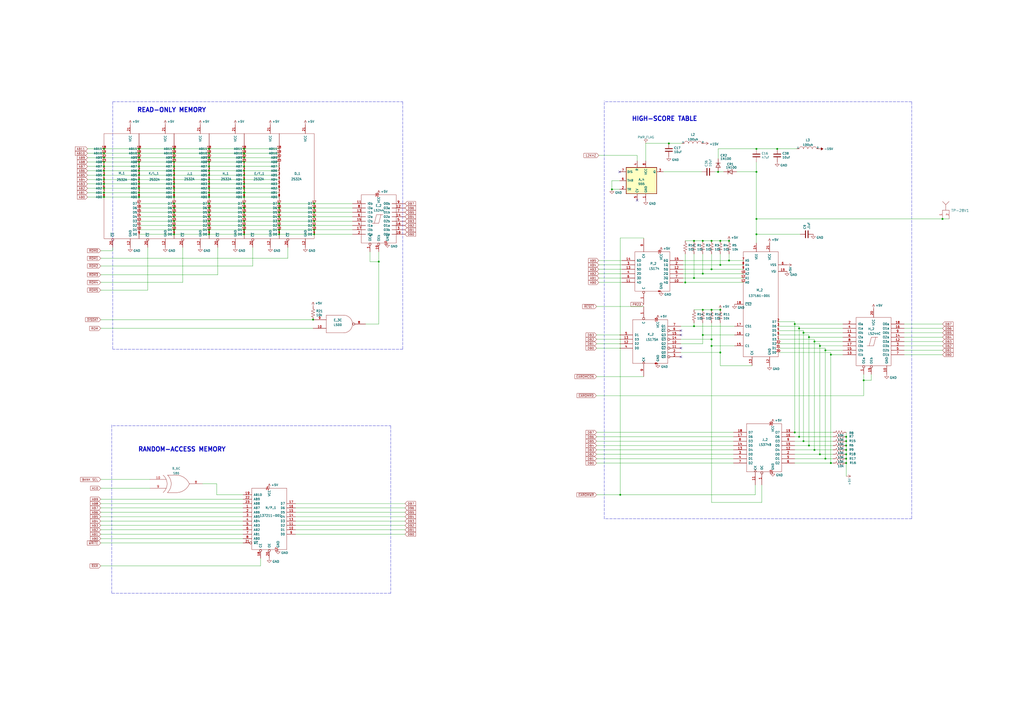
<source format=kicad_sch>
(kicad_sch (version 20211123) (generator eeschema)
  (paper "A2")
  (junction (at 501.015 220.599))
  (junction (at 141.605 120.523))
  (junction (at 100.965 118.11))
  (junction (at 141.605 111.76))
  (junction (at 141.605 93.98))
  (junction (at 412.75 200.66))
  (junction (at 121.285 96.52))
  (junction (at 100.965 96.52))
  (junction (at 450.85 86.36))
  (junction (at 121.285 106.68))
  (junction (at 161.925 135.89))
  (junction (at 417.83 179.705))
  (junction (at 80.645 109.22))
  (junction (at 412.75 139.7))
  (junction (at 490.855 266.065))
  (junction (at 141.605 99.06))
  (junction (at 121.285 130.81))
  (junction (at 100.965 99.06))
  (junction (at 80.645 114.3))
  (junction (at 417.83 153.67))
  (junction (at 461.01 187.96))
  (junction (at 422.91 139.7))
  (junction (at 121.285 104.14))
  (junction (at 402.59 161.29))
  (junction (at 80.645 88.9))
  (junction (at 472.44 260.985))
  (junction (at 466.09 255.905))
  (junction (at 80.645 86.36))
  (junction (at 100.965 106.68))
  (junction (at 100.965 125.73))
  (junction (at 80.645 93.98))
  (junction (at 402.59 139.7))
  (junction (at 402.59 189.23))
  (junction (at 121.285 128.27))
  (junction (at 100.965 86.36))
  (junction (at 80.645 96.52))
  (junction (at 412.75 196.85))
  (junction (at 60.325 111.76))
  (junction (at 481.965 205.74))
  (junction (at 141.605 104.14))
  (junction (at 141.732 111.76))
  (junction (at 121.285 118.11))
  (junction (at 100.965 128.27))
  (junction (at 141.605 91.44))
  (junction (at 60.325 91.44))
  (junction (at 60.325 99.06))
  (junction (at 182.245 135.89))
  (junction (at 397.51 163.83))
  (junction (at 80.645 91.44))
  (junction (at 461.01 250.825))
  (junction (at 469.265 195.58))
  (junction (at 60.325 96.52))
  (junction (at 100.965 133.35))
  (junction (at 546.735 127))
  (junction (at 141.605 118.11))
  (junction (at 80.645 106.68))
  (junction (at 100.965 120.65))
  (junction (at 100.965 88.9))
  (junction (at 417.83 204.47))
  (junction (at 407.67 158.75))
  (junction (at 141.605 88.9))
  (junction (at 438.785 99.695))
  (junction (at 80.645 111.76))
  (junction (at 412.75 179.705))
  (junction (at 100.965 104.14))
  (junction (at 141.605 130.81))
  (junction (at 412.75 156.21))
  (junction (at 141.605 109.22))
  (junction (at 407.67 139.7))
  (junction (at 141.605 96.52))
  (junction (at 100.965 91.44))
  (junction (at 182.245 128.27))
  (junction (at 478.79 203.2))
  (junction (at 438.785 135.89))
  (junction (at 141.732 111.633))
  (junction (at 438.785 86.36))
  (junction (at 490.855 258.445))
  (junction (at 422.91 151.13))
  (junction (at 481.965 268.605))
  (junction (at 466.09 193.04))
  (junction (at 478.79 266.065))
  (junction (at 121.285 86.36))
  (junction (at 417.83 139.7))
  (junction (at 463.55 253.365))
  (junction (at 60.325 101.6))
  (junction (at 182.245 133.35))
  (junction (at 161.925 130.81))
  (junction (at 121.285 120.65))
  (junction (at 475.615 200.66))
  (junction (at 100.965 93.98))
  (junction (at 60.325 88.9))
  (junction (at 161.925 123.19))
  (junction (at 182.245 118.11))
  (junction (at 141.605 133.35))
  (junction (at 490.855 263.525))
  (junction (at 182.245 125.73))
  (junction (at 490.855 260.985))
  (junction (at 121.285 93.98))
  (junction (at 121.285 133.35))
  (junction (at 219.71 151.765))
  (junction (at 141.605 123.19))
  (junction (at 141.605 106.68))
  (junction (at 490.855 268.605))
  (junction (at 161.925 133.35))
  (junction (at 182.245 120.65))
  (junction (at 387.985 83.185))
  (junction (at 60.325 109.22))
  (junction (at 100.965 130.81))
  (junction (at 100.965 101.6))
  (junction (at 121.285 99.06))
  (junction (at 141.605 135.89))
  (junction (at 161.925 118.11))
  (junction (at 161.925 128.27))
  (junction (at 100.965 114.3))
  (junction (at 100.965 109.22))
  (junction (at 463.55 190.5))
  (junction (at 182.245 123.19))
  (junction (at 100.965 111.76))
  (junction (at 121.285 109.22))
  (junction (at 359.791 287.02))
  (junction (at 141.605 128.27))
  (junction (at 60.325 106.68))
  (junction (at 121.285 114.3))
  (junction (at 469.265 258.445))
  (junction (at 121.285 91.44))
  (junction (at 490.855 255.905))
  (junction (at 121.285 135.89))
  (junction (at 182.245 130.81))
  (junction (at 181.61 185.42))
  (junction (at 80.645 101.6))
  (junction (at 141.605 86.36))
  (junction (at 354.965 109.855))
  (junction (at 60.325 104.14))
  (junction (at 161.925 125.73))
  (junction (at 80.645 104.14))
  (junction (at 161.925 120.65))
  (junction (at 100.965 123.19))
  (junction (at 141.605 101.6))
  (junction (at 416.56 99.695))
  (junction (at 438.785 127))
  (junction (at 141.605 114.3))
  (junction (at 475.615 263.525))
  (junction (at 121.285 123.19))
  (junction (at 121.285 125.73))
  (junction (at 60.325 93.98))
  (junction (at 121.285 88.9))
  (junction (at 60.325 86.36))
  (junction (at 100.965 135.89))
  (junction (at 490.855 253.365))
  (junction (at 141.605 125.73))
  (junction (at 407.67 194.31))
  (junction (at 80.645 99.06))
  (junction (at 121.285 111.76))
  (junction (at 141.605 89.027))
  (junction (at 121.285 101.6))
  (junction (at 60.325 114.3))
  (junction (at 407.67 179.705))
  (junction (at 141.605 120.65))
  (junction (at 472.44 198.12))
  (no_connect (at 359.41 99.695))
  (no_connect (at 394.97 207.01))
  (no_connect (at 394.97 191.77))
  (no_connect (at 394.97 201.93))
  (no_connect (at 394.97 194.31))
  (no_connect (at 369.57 116.205))
  (wire (pts (xy 412.75 139.7) (xy 417.83 139.7)))
  (wire (pts (xy 478.79 203.2) (xy 488.95 203.2)))
  (wire (pts (xy 151.13 323.85) (xy 151.13 328.295)))
  (wire (pts (xy 50.8 96.52) (xy 60.325 96.52)))
  (wire (pts (xy 461.01 263.525) (xy 475.615 263.525)))
  (wire (pts (xy 121.285 91.44) (xy 141.605 91.44)))
  (wire (pts (xy 387.985 83.185) (xy 395.605 83.185)))
  (wire (pts (xy 359.41 104.775) (xy 354.965 104.775)))
  (wire (pts (xy 346.075 287.02) (xy 359.791 287.02)))
  (wire (pts (xy 80.645 120.65) (xy 100.965 120.65)))
  (wire (pts (xy 438.785 135.89) (xy 438.785 140.97)))
  (wire (pts (xy 346.075 218.44) (xy 373.38 218.44)))
  (wire (pts (xy 141.605 128.27) (xy 161.925 128.27)))
  (wire (pts (xy 100.965 111.76) (xy 121.285 111.76)))
  (wire (pts (xy 50.8 106.68) (xy 60.325 106.68)))
  (wire (pts (xy 416.56 99.695) (xy 419.735 99.695)))
  (wire (pts (xy 490.855 260.985) (xy 490.855 263.525)))
  (wire (pts (xy 58.42 154.305) (xy 146.685 154.305)))
  (wire (pts (xy 402.59 179.705) (xy 407.67 179.705)))
  (polyline (pts (xy 528.955 300.99) (xy 350.52 300.99)))
  (wire (pts (xy 50.8 114.3) (xy 60.325 114.3)))
  (wire (pts (xy 472.44 196.85) (xy 472.44 198.12)))
  (wire (pts (xy 346.075 196.85) (xy 359.41 196.85)))
  (wire (pts (xy 121.285 99.06) (xy 141.605 99.06)))
  (wire (pts (xy 427.355 99.695) (xy 438.785 99.695)))
  (wire (pts (xy 472.44 260.985) (xy 483.235 260.985)))
  (wire (pts (xy 141.605 99.06) (xy 161.925 99.06)))
  (wire (pts (xy 490.855 266.065) (xy 490.855 268.605)))
  (wire (pts (xy 121.285 118.11) (xy 141.605 118.11)))
  (wire (pts (xy 524.51 198.12) (xy 546.735 198.12)))
  (wire (pts (xy 438.785 127) (xy 438.785 135.89)))
  (wire (pts (xy 214.63 146.05) (xy 214.63 151.765)))
  (wire (pts (xy 125.73 280.67) (xy 117.475 280.67)))
  (wire (pts (xy 121.285 114.3) (xy 141.605 114.3)))
  (wire (pts (xy 161.925 135.89) (xy 182.245 135.89)))
  (wire (pts (xy 100.965 125.73) (xy 121.285 125.73)))
  (wire (pts (xy 58.42 168.275) (xy 85.725 168.275)))
  (wire (pts (xy 438.785 86.36) (xy 450.85 86.36)))
  (wire (pts (xy 478.79 201.93) (xy 478.79 203.2)))
  (wire (pts (xy 140.97 294.64) (xy 58.42 294.64)))
  (wire (pts (xy 100.965 91.44) (xy 121.285 91.44)))
  (wire (pts (xy 182.245 130.81) (xy 204.47 130.81)))
  (wire (pts (xy 346.075 177.8) (xy 373.38 177.8)))
  (wire (pts (xy 60.325 99.06) (xy 80.645 99.06)))
  (wire (pts (xy 60.325 106.68) (xy 80.645 106.68)))
  (wire (pts (xy 141.605 125.73) (xy 161.925 125.73)))
  (wire (pts (xy 80.645 128.27) (xy 100.965 128.27)))
  (wire (pts (xy 441.96 291.465) (xy 441.96 281.305)))
  (wire (pts (xy 469.265 195.58) (xy 488.95 195.58)))
  (wire (pts (xy 461.01 187.96) (xy 488.95 187.96)))
  (wire (pts (xy 50.8 109.22) (xy 60.325 109.22)))
  (wire (pts (xy 346.075 250.825) (xy 425.45 250.825)))
  (wire (pts (xy 121.285 120.65) (xy 141.605 120.65)))
  (wire (pts (xy 58.42 307.34) (xy 140.97 307.34)))
  (wire (pts (xy 141.605 120.65) (xy 141.605 120.523)))
  (wire (pts (xy 100.965 96.52) (xy 121.285 96.52)))
  (polyline (pts (xy 350.52 300.99) (xy 350.52 58.42)))
  (wire (pts (xy 106.045 143.51) (xy 106.045 163.83)))
  (wire (pts (xy 407.67 194.31) (xy 407.67 187.325)))
  (wire (pts (xy 80.645 130.81) (xy 100.965 130.81)))
  (wire (pts (xy 490.855 253.365) (xy 490.855 255.905)))
  (wire (pts (xy 524.51 200.66) (xy 546.735 200.66)))
  (wire (pts (xy 141.605 104.14) (xy 161.925 104.14)))
  (wire (pts (xy 100.965 114.3) (xy 121.285 114.3)))
  (wire (pts (xy 412.75 291.465) (xy 441.96 291.465)))
  (wire (pts (xy 58.42 283.21) (xy 86.995 283.21)))
  (wire (pts (xy 402.59 187.325) (xy 402.59 189.23)))
  (wire (pts (xy 501.015 217.17) (xy 501.015 220.599)))
  (wire (pts (xy 524.51 190.5) (xy 546.735 190.5)))
  (wire (pts (xy 412.75 196.85) (xy 412.75 200.66)))
  (polyline (pts (xy 226.695 247.015) (xy 226.695 344.17)))
  (polyline (pts (xy 65.405 247.015) (xy 226.695 247.015)))
  (wire (pts (xy 475.615 199.39) (xy 475.615 200.66)))
  (wire (pts (xy 524.51 205.74) (xy 546.735 205.74)))
  (polyline (pts (xy 64.77 344.17) (xy 64.77 246.38)))
  (polyline (pts (xy 351.155 59.055) (xy 528.955 59.055)))
  (wire (pts (xy 450.85 86.36) (xy 462.28 86.36)))
  (wire (pts (xy 140.97 292.1) (xy 58.42 292.1)))
  (wire (pts (xy 219.71 187.96) (xy 219.71 151.765)))
  (wire (pts (xy 121.285 133.35) (xy 141.605 133.35)))
  (wire (pts (xy 347.345 156.21) (xy 360.68 156.21)))
  (wire (pts (xy 141.605 93.98) (xy 161.925 93.98)))
  (wire (pts (xy 374.65 93.345) (xy 374.65 83.185)))
  (wire (pts (xy 121.285 96.52) (xy 141.605 96.52)))
  (wire (pts (xy 461.01 268.605) (xy 481.965 268.605)))
  (wire (pts (xy 466.09 255.905) (xy 483.235 255.905)))
  (wire (pts (xy 461.01 186.69) (xy 461.01 187.96)))
  (wire (pts (xy 100.965 109.22) (xy 121.285 109.22)))
  (wire (pts (xy 219.71 151.765) (xy 219.71 146.05)))
  (wire (pts (xy 60.325 93.98) (xy 80.645 93.98)))
  (polyline (pts (xy 528.955 59.055) (xy 528.955 300.99)))
  (wire (pts (xy 141.732 111.76) (xy 141.732 111.633)))
  (wire (pts (xy 121.285 104.14) (xy 141.605 104.14)))
  (wire (pts (xy 412.75 179.705) (xy 417.83 179.705)))
  (wire (pts (xy 60.325 88.9) (xy 80.645 88.9)))
  (wire (pts (xy 100.965 101.6) (xy 121.285 101.6)))
  (wire (pts (xy 346.075 268.605) (xy 425.45 268.605)))
  (wire (pts (xy 171.45 297.18) (xy 234.95 297.18)))
  (wire (pts (xy 438.785 135.89) (xy 464.185 135.89)))
  (wire (pts (xy 451.485 191.77) (xy 466.09 191.77)))
  (wire (pts (xy 85.725 143.51) (xy 85.725 168.275)))
  (wire (pts (xy 100.965 86.36) (xy 121.285 86.36)))
  (wire (pts (xy 58.42 145.415) (xy 65.405 145.415)))
  (wire (pts (xy 412.75 156.21) (xy 431.165 156.21)))
  (wire (pts (xy 417.83 147.32) (xy 417.83 153.67)))
  (wire (pts (xy 524.51 203.2) (xy 546.735 203.2)))
  (wire (pts (xy 346.075 201.93) (xy 359.41 201.93)))
  (wire (pts (xy 100.965 133.35) (xy 121.285 133.35)))
  (polyline (pts (xy 65.405 59.055) (xy 65.405 202.565)))
  (wire (pts (xy 402.59 147.32) (xy 402.59 161.29)))
  (wire (pts (xy 182.245 120.65) (xy 204.47 120.65)))
  (wire (pts (xy 394.97 204.47) (xy 417.83 204.47)))
  (wire (pts (xy 481.965 205.74) (xy 481.965 268.605)))
  (wire (pts (xy 407.67 147.32) (xy 407.67 158.75)))
  (wire (pts (xy 121.285 93.98) (xy 141.605 93.98)))
  (wire (pts (xy 461.01 253.365) (xy 463.55 253.365)))
  (wire (pts (xy 461.01 250.825) (xy 483.235 250.825)))
  (wire (pts (xy 161.925 120.65) (xy 182.245 120.65)))
  (wire (pts (xy 80.645 118.11) (xy 100.965 118.11)))
  (wire (pts (xy 100.965 118.11) (xy 121.285 118.11)))
  (wire (pts (xy 397.51 163.83) (xy 431.165 163.83)))
  (wire (pts (xy 141.605 101.6) (xy 161.925 101.6)))
  (wire (pts (xy 451.485 189.23) (xy 463.55 189.23)))
  (wire (pts (xy 396.24 156.21) (xy 412.75 156.21)))
  (wire (pts (xy 463.55 189.23) (xy 463.55 190.5)))
  (wire (pts (xy 346.075 258.445) (xy 425.45 258.445)))
  (wire (pts (xy 347.345 90.17) (xy 369.57 90.17)))
  (polyline (pts (xy 226.695 344.17) (xy 64.77 344.17)))
  (wire (pts (xy 161.925 128.27) (xy 182.245 128.27)))
  (wire (pts (xy 121.285 88.9) (xy 141.605 88.9)))
  (wire (pts (xy 141.605 88.9) (xy 141.605 89.027)))
  (wire (pts (xy 407.67 179.705) (xy 412.75 179.705)))
  (wire (pts (xy 141.605 109.22) (xy 161.925 109.22)))
  (wire (pts (xy 141.605 135.89) (xy 161.925 135.89)))
  (wire (pts (xy 417.83 187.325) (xy 417.83 204.47)))
  (wire (pts (xy 490.855 255.905) (xy 490.855 258.445)))
  (wire (pts (xy 384.81 99.695) (xy 407.035 99.695)))
  (wire (pts (xy 461.01 187.96) (xy 461.01 250.825)))
  (wire (pts (xy 345.948 229.489) (xy 501.015 229.489)))
  (wire (pts (xy 171.45 309.88) (xy 234.95 309.88)))
  (wire (pts (xy 346.075 263.525) (xy 425.45 263.525)))
  (wire (pts (xy 369.57 93.345) (xy 369.57 90.17)))
  (wire (pts (xy 60.325 111.76) (xy 80.645 111.76)))
  (wire (pts (xy 396.24 158.75) (xy 407.67 158.75)))
  (wire (pts (xy 402.59 139.7) (xy 407.67 139.7)))
  (wire (pts (xy 354.965 104.775) (xy 354.965 109.855)))
  (wire (pts (xy 396.24 161.29) (xy 402.59 161.29)))
  (wire (pts (xy 141.605 133.35) (xy 161.925 133.35)))
  (wire (pts (xy 347.345 153.67) (xy 360.68 153.67)))
  (wire (pts (xy 161.925 133.35) (xy 182.245 133.35)))
  (wire (pts (xy 58.42 159.385) (xy 126.365 159.385)))
  (wire (pts (xy 475.615 200.66) (xy 488.95 200.66)))
  (wire (pts (xy 359.791 287.02) (xy 438.15 287.02)))
  (wire (pts (xy 141.605 111.76) (xy 141.732 111.76)))
  (wire (pts (xy 121.285 128.27) (xy 141.605 128.27)))
  (polyline (pts (xy 233.68 59.055) (xy 233.68 202.565)))
  (wire (pts (xy 394.97 189.23) (xy 402.59 189.23)))
  (wire (pts (xy 58.42 299.72) (xy 140.97 299.72)))
  (wire (pts (xy 347.345 151.13) (xy 360.68 151.13)))
  (wire (pts (xy 50.8 104.14) (xy 60.325 104.14)))
  (wire (pts (xy 416.56 86.36) (xy 438.785 86.36)))
  (wire (pts (xy 451.485 199.39) (xy 475.615 199.39)))
  (wire (pts (xy 161.925 118.11) (xy 182.245 118.11)))
  (wire (pts (xy 397.51 147.32) (xy 397.51 163.83)))
  (wire (pts (xy 412.75 187.325) (xy 412.75 196.85)))
  (wire (pts (xy 161.925 125.73) (xy 182.245 125.73)))
  (wire (pts (xy 469.265 194.31) (xy 469.265 195.58)))
  (wire (pts (xy 125.73 287.02) (xy 125.73 280.67)))
  (wire (pts (xy 490.855 250.825) (xy 490.855 253.365)))
  (wire (pts (xy 472.44 198.12) (xy 488.95 198.12)))
  (wire (pts (xy 451.485 194.31) (xy 469.265 194.31)))
  (wire (pts (xy 397.51 139.7) (xy 402.59 139.7)))
  (wire (pts (xy 100.965 120.65) (xy 121.285 120.65)))
  (wire (pts (xy 214.63 151.765) (xy 219.71 151.765)))
  (wire (pts (xy 141.605 106.68) (xy 161.925 106.68)))
  (wire (pts (xy 407.67 139.7) (xy 412.75 139.7)))
  (wire (pts (xy 475.615 200.66) (xy 475.615 263.525)))
  (wire (pts (xy 469.265 258.445) (xy 483.235 258.445)))
  (wire (pts (xy 58.42 297.18) (xy 140.97 297.18)))
  (wire (pts (xy 100.965 123.19) (xy 121.285 123.19)))
  (wire (pts (xy 80.645 96.52) (xy 100.965 96.52)))
  (wire (pts (xy 182.245 123.19) (xy 204.47 123.19)))
  (wire (pts (xy 141.732 111.76) (xy 161.925 111.76)))
  (wire (pts (xy 100.965 104.14) (xy 121.285 104.14)))
  (wire (pts (xy 346.075 253.365) (xy 425.45 253.365)))
  (wire (pts (xy 451.485 201.93) (xy 478.79 201.93)))
  (wire (pts (xy 347.345 158.75) (xy 360.68 158.75)))
  (wire (pts (xy 58.42 328.295) (xy 151.13 328.295)))
  (wire (pts (xy 60.325 109.22) (xy 80.645 109.22)))
  (wire (pts (xy 100.965 135.89) (xy 121.285 135.89)))
  (wire (pts (xy 501.015 220.599) (xy 501.015 229.489)))
  (wire (pts (xy 490.855 263.525) (xy 490.855 266.065)))
  (wire (pts (xy 461.01 255.905) (xy 466.09 255.905)))
  (wire (pts (xy 121.285 125.73) (xy 141.605 125.73)))
  (wire (pts (xy 80.645 99.06) (xy 100.965 99.06)))
  (polyline (pts (xy 233.68 202.565) (xy 65.405 202.565)))
  (wire (pts (xy 461.01 258.445) (xy 469.265 258.445)))
  (wire (pts (xy 58.42 278.13) (xy 86.995 278.13)))
  (wire (pts (xy 100.965 93.98) (xy 121.285 93.98)))
  (wire (pts (xy 407.67 194.31) (xy 426.085 194.31)))
  (wire (pts (xy 524.51 187.96) (xy 546.735 187.96)))
  (wire (pts (xy 80.645 88.9) (xy 100.965 88.9)))
  (wire (pts (xy 436.245 212.09) (xy 417.83 212.09)))
  (wire (pts (xy 58.42 312.42) (xy 140.97 312.42)))
  (wire (pts (xy 121.285 111.76) (xy 141.605 111.76)))
  (wire (pts (xy 422.91 147.32) (xy 422.91 151.13)))
  (wire (pts (xy 100.965 106.68) (xy 121.285 106.68)))
  (wire (pts (xy 141.605 130.81) (xy 161.925 130.81)))
  (wire (pts (xy 490.855 258.445) (xy 490.855 260.985)))
  (wire (pts (xy 394.97 196.85) (xy 412.75 196.85)))
  (wire (pts (xy 438.785 93.98) (xy 438.785 99.695)))
  (wire (pts (xy 463.55 190.5) (xy 463.55 253.365)))
  (wire (pts (xy 121.285 135.89) (xy 141.605 135.89)))
  (wire (pts (xy 60.325 86.36) (xy 80.645 86.36)))
  (wire (pts (xy 171.45 294.64) (xy 234.95 294.64)))
  (wire (pts (xy 60.325 91.44) (xy 80.645 91.44)))
  (wire (pts (xy 80.645 109.22) (xy 100.965 109.22)))
  (wire (pts (xy 463.55 253.365) (xy 483.235 253.365)))
  (wire (pts (xy 171.45 307.34) (xy 234.95 307.34)))
  (wire (pts (xy 141.605 91.44) (xy 161.925 91.44)))
  (wire (pts (xy 121.285 101.6) (xy 141.605 101.6)))
  (wire (pts (xy 475.615 263.525) (xy 483.235 263.525)))
  (wire (pts (xy 490.855 268.605) (xy 490.855 276.225)))
  (wire (pts (xy 161.925 123.19) (xy 182.245 123.19)))
  (wire (pts (xy 463.55 190.5) (xy 488.95 190.5)))
  (wire (pts (xy 374.65 83.185) (xy 387.985 83.185)))
  (wire (pts (xy 80.645 133.35) (xy 100.965 133.35)))
  (wire (pts (xy 347.345 161.29) (xy 360.68 161.29)))
  (wire (pts (xy 396.24 153.67) (xy 417.83 153.67)))
  (wire (pts (xy 524.51 195.58) (xy 546.735 195.58)))
  (wire (pts (xy 171.45 304.8) (xy 234.95 304.8)))
  (wire (pts (xy 212.09 187.96) (xy 219.71 187.96)))
  (wire (pts (xy 402.59 161.29) (xy 431.165 161.29)))
  (wire (pts (xy 359.791 138.049) (xy 359.791 287.02)))
  (wire (pts (xy 402.59 189.23) (xy 426.085 189.23)))
  (wire (pts (xy 80.645 86.36) (xy 100.965 86.36)))
  (wire (pts (xy 58.42 185.42) (xy 181.61 185.42)))
  (wire (pts (xy 80.645 106.68) (xy 100.965 106.68)))
  (wire (pts (xy 546.735 127) (xy 550.545 127)))
  (wire (pts (xy 394.97 199.39) (xy 407.67 199.39)))
  (wire (pts (xy 461.01 260.985) (xy 472.44 260.985)))
  (wire (pts (xy 50.8 101.6) (xy 60.325 101.6)))
  (wire (pts (xy 60.325 96.52) (xy 80.645 96.52)))
  (wire (pts (xy 140.97 289.56) (xy 58.42 289.56)))
  (wire (pts (xy 161.925 130.81) (xy 182.245 130.81)))
  (wire (pts (xy 466.09 193.04) (xy 466.09 255.905)))
  (wire (pts (xy 100.965 130.81) (xy 121.285 130.81)))
  (wire (pts (xy 141.605 118.11) (xy 161.925 118.11)))
  (wire (pts (xy 60.325 101.6) (xy 80.645 101.6)))
  (wire (pts (xy 146.685 143.51) (xy 146.685 154.305)))
  (wire (pts (xy 346.075 194.31) (xy 359.41 194.31)))
  (wire (pts (xy 346.075 266.065) (xy 425.45 266.065)))
  (wire (pts (xy 121.285 86.36) (xy 141.605 86.36)))
  (wire (pts (xy 396.24 151.13) (xy 422.91 151.13)))
  (wire (pts (xy 407.67 158.75) (xy 431.165 158.75)))
  (wire (pts (xy 100.965 88.9) (xy 121.285 88.9)))
  (wire (pts (xy 167.005 143.51) (xy 167.005 149.86)))
  (wire (pts (xy 466.09 191.77) (xy 466.09 193.04)))
  (wire (pts (xy 472.44 198.12) (xy 472.44 260.985)))
  (wire (pts (xy 412.75 200.66) (xy 426.085 200.66)))
  (wire (pts (xy 182.245 133.35) (xy 204.47 133.35)))
  (wire (pts (xy 80.645 91.44) (xy 100.965 91.44)))
  (wire (pts (xy 466.09 193.04) (xy 488.95 193.04)))
  (wire (pts (xy 80.645 123.19) (xy 100.965 123.19)))
  (wire (pts (xy 65.405 143.51) (xy 65.405 145.415)))
  (wire (pts (xy 58.42 190.5) (xy 181.61 190.5)))
  (wire (pts (xy 100.965 128.27) (xy 121.285 128.27)))
  (wire (pts (xy 171.45 292.1) (xy 234.95 292.1)))
  (wire (pts (xy 438.785 127) (xy 546.735 127)))
  (wire (pts (xy 505.46 217.17) (xy 505.46 220.599)))
  (wire (pts (xy 422.91 151.13) (xy 431.165 151.13)))
  (wire (pts (xy 80.645 101.6) (xy 100.965 101.6)))
  (wire (pts (xy 469.265 195.58) (xy 469.265 258.445)))
  (wire (pts (xy 121.285 106.68) (xy 141.605 106.68)))
  (wire (pts (xy 346.075 260.985) (xy 425.45 260.985)))
  (wire (pts (xy 58.42 314.96) (xy 140.97 314.96)))
  (wire (pts (xy 481.965 205.74) (xy 488.95 205.74)))
  (wire (pts (xy 80.645 111.76) (xy 100.965 111.76)))
  (wire (pts (xy 141.605 96.52) (xy 161.925 96.52)))
  (wire (pts (xy 58.42 309.88) (xy 140.97 309.88)))
  (polyline (pts (xy 65.405 59.055) (xy 233.68 59.055)))
  (wire (pts (xy 438.15 281.305) (xy 438.15 287.02)))
  (wire (pts (xy 141.605 120.65) (xy 161.925 120.65)))
  (wire (pts (xy 50.8 111.76) (xy 60.325 111.76)))
  (wire (pts (xy 50.8 93.98) (xy 60.325 93.98)))
  (wire (pts (xy 407.67 199.39) (xy 407.67 194.31)))
  (wire (pts (xy 346.075 199.39) (xy 359.41 199.39)))
  (wire (pts (xy 80.645 104.14) (xy 100.965 104.14)))
  (wire (pts (xy 58.42 149.86) (xy 167.005 149.86)))
  (wire (pts (xy 417.83 212.09) (xy 417.83 204.47)))
  (wire (pts (xy 50.8 88.9) (xy 60.325 88.9)))
  (wire (pts (xy 354.965 109.855) (xy 359.41 109.855)))
  (wire (pts (xy 100.965 99.06) (xy 121.285 99.06)))
  (wire (pts (xy 396.24 163.83) (xy 397.51 163.83)))
  (wire (pts (xy 182.245 128.27) (xy 204.47 128.27)))
  (wire (pts (xy 451.485 196.85) (xy 472.44 196.85)))
  (wire (pts (xy 80.645 114.3) (xy 100.965 114.3)))
  (wire (pts (xy 182.245 118.11) (xy 204.47 118.11)))
  (wire (pts (xy 524.51 193.04) (xy 546.735 193.04)))
  (wire (pts (xy 417.83 153.67) (xy 431.165 153.67)))
  (wire (pts (xy 373.38 138.049) (xy 373.38 138.43)))
  (wire (pts (xy 80.645 93.98) (xy 100.965 93.98)))
  (wire (pts (xy 182.245 135.89) (xy 204.47 135.89)))
  (wire (pts (xy 50.8 99.06) (xy 60.325 99.06)))
  (wire (pts (xy 182.245 125.73) (xy 204.47 125.73)))
  (wire (pts (xy 412.75 147.32) (xy 412.75 156.21)))
  (wire (pts (xy 121.285 123.19) (xy 141.605 123.19)))
  (wire (pts (xy 347.345 163.83) (xy 360.68 163.83)))
  (wire (pts (xy 80.645 125.73) (xy 100.965 125.73)))
  (wire (pts (xy 346.075 255.905) (xy 425.45 255.905)))
  (wire (pts (xy 141.605 114.3) (xy 161.925 114.3)))
  (wire (pts (xy 451.485 204.47) (xy 481.965 204.47)))
  (wire (pts (xy 141.605 86.36) (xy 161.925 86.36)))
  (wire (pts (xy 373.38 138.049) (xy 359.791 138.049)))
  (wire (pts (xy 121.285 130.81) (xy 141.605 130.81)))
  (wire (pts (xy 461.01 266.065) (xy 478.79 266.065)))
  (wire (pts (xy 80.645 135.89) (xy 100.965 135.89)))
  (wire (pts (xy 481.965 268.605) (xy 483.235 268.605)))
  (wire (pts (xy 60.325 104.14) (xy 80.645 104.14)))
  (wire (pts (xy 478.79 203.2) (xy 478.79 266.065)))
  (wire (pts (xy 416.56 92.075) (xy 416.56 86.36)))
  (wire (pts (xy 171.45 302.26) (xy 234.95 302.26)))
  (wire (pts (xy 505.46 220.599) (xy 501.015 220.599)))
  (wire (pts (xy 50.8 91.44) (xy 60.325 91.44)))
  (wire (pts (xy 58.42 304.8) (xy 140.97 304.8)))
  (wire (pts (xy 60.325 114.3) (xy 80.645 114.3)))
  (wire (pts (xy 50.8 86.36) (xy 60.325 86.36)))
  (wire (pts (xy 121.285 109.22) (xy 141.605 109.22)))
  (wire (pts (xy 478.79 266.065) (xy 483.235 266.065)))
  (wire (pts (xy 417.83 139.7) (xy 422.91 139.7)))
  (wire (pts (xy 451.485 186.69) (xy 461.01 186.69)))
  (wire (pts (xy 414.655 99.695) (xy 416.56 99.695)))
  (wire (pts (xy 126.365 143.51) (xy 126.365 159.385)))
  (wire (pts (xy 141.605 88.9) (xy 161.925 88.9)))
  (wire (pts (xy 58.42 302.26) (xy 140.97 302.26)))
  (wire (pts (xy 438.785 99.695) (xy 438.785 127)))
  (wire (pts (xy 58.42 163.83) (xy 106.045 163.83)))
  (wire (pts (xy 141.605 123.19) (xy 161.925 123.19)))
  (wire (pts (xy 412.75 200.66) (xy 412.75 291.465)))
  (wire (pts (xy 481.965 204.47) (xy 481.965 205.74)))
  (wire (pts (xy 140.97 287.02) (xy 125.73 287.02)))
  (wire (pts (xy 171.45 299.72) (xy 234.95 299.72)))
  (text "READ-ONLY MEMORY\n" (at 79.375 65.405 0) (effects (font (size 2.54 2.54) (thickness 0.508) bold) (justify left bottom)))
  (text "RANDOM-ACCESS MEMORY\n" (at 80.01 262.255 0) (effects (font (size 2.54 2.54) (thickness 0.508) bold) (justify left bottom)))
  (text "HIGH-SCORE TABLE\n" (at 366.395 70.485 0) (effects (font (size 2.54 2.54) (thickness 0.508) bold) (justify left bottom)))
  (global_label "DB3" (shape input) (at 346.075 260.985 180) (property "Intersheet References" "${INTERSHEET_REFS}" (effects hide)))
  (global_label "A10" (shape input) (at 58.42 283.21 180) (property "Intersheet References" "${INTERSHEET_REFS}" (effects hide)))
  (global_label "DB1" (shape input) (at 546.735 203.2 0) (property "Intersheet References" "${INTERSHEET_REFS}" (effects hide)))
  (global_label "DB3" (shape input) (at 234.95 302.26 0) (property "Intersheet References" "${INTERSHEET_REFS}" (effects hide)))
  (global_label "~{ROM4}" (shape input) (at 58.42 163.83 180) (property "Intersheet References" "${INTERSHEET_REFS}" (effects hide)))
  (global_label "AB9" (shape input) (at 50.8 91.44 180) (property "Intersheet References" "${INTERSHEET_REFS}" (effects hide)))
  (global_label "DB5" (shape input) (at 234.95 123.19 0) (property "Intersheet References" "${INTERSHEET_REFS}" (effects hide)))
  (global_label "DB6" (shape input) (at 346.075 253.365 180) (property "Intersheet References" "${INTERSHEET_REFS}" (effects hide)))
  (global_label "ROM" (shape input) (at 58.42 190.5 180) (property "Intersheet References" "${INTERSHEET_REFS}" (effects hide)))
  (global_label "DB2" (shape input) (at 346.075 196.85 180) (property "Intersheet References" "${INTERSHEET_REFS}" (effects hide)))
  (global_label "AB5" (shape input) (at 58.42 299.72 180) (property "Intersheet References" "${INTERSHEET_REFS}" (effects hide)))
  (global_label "~{RAM}" (shape input) (at 58.42 328.295 180) (property "Intersheet References" "${INTERSHEET_REFS}" (effects hide)))
  (global_label "~{WRITE}" (shape input) (at 58.42 314.96 180) (property "Intersheet References" "${INTERSHEET_REFS}" (effects hide)))
  (global_label "DB7" (shape input) (at 546.735 187.96 0) (property "Intersheet References" "${INTERSHEET_REFS}" (effects hide)))
  (global_label "AB8" (shape input) (at 58.42 292.1 180) (property "Intersheet References" "${INTERSHEET_REFS}" (effects hide)))
  (global_label "AB1" (shape input) (at 58.42 309.88 180) (property "Intersheet References" "${INTERSHEET_REFS}" (effects hide)))
  (global_label "AB7" (shape input) (at 50.8 96.52 180) (property "Intersheet References" "${INTERSHEET_REFS}" (effects hide)))
  (global_label "DB7" (shape input) (at 234.95 118.11 0) (property "Intersheet References" "${INTERSHEET_REFS}" (effects hide)))
  (global_label "~{ROM1}" (shape input) (at 58.42 149.86 180) (property "Intersheet References" "${INTERSHEET_REFS}" (effects hide)))
  (global_label "AB10" (shape input) (at 50.8 88.9 180) (property "Intersheet References" "${INTERSHEET_REFS}" (effects hide)))
  (global_label "DB6" (shape input) (at 234.95 120.65 0) (property "Intersheet References" "${INTERSHEET_REFS}" (effects hide)))
  (global_label "DB6" (shape input) (at 234.95 294.64 0) (property "Intersheet References" "${INTERSHEET_REFS}" (effects hide)))
  (global_label "AB9" (shape input) (at 58.42 289.56 180) (property "Intersheet References" "${INTERSHEET_REFS}" (effects hide)))
  (global_label "BANK SEL" (shape input) (at 58.42 278.13 180) (property "Intersheet References" "${INTERSHEET_REFS}" (effects hide)))
  (global_label "DB3" (shape input) (at 234.95 128.27 0) (property "Intersheet References" "${INTERSHEET_REFS}" (effects hide)))
  (global_label "DB1" (shape input) (at 234.95 133.35 0) (property "Intersheet References" "${INTERSHEET_REFS}" (effects hide)))
  (global_label "DB7" (shape input) (at 234.95 292.1 0) (property "Intersheet References" "${INTERSHEET_REFS}" (effects hide)))
  (global_label "AB2" (shape input) (at 58.42 307.34 180) (property "Intersheet References" "${INTERSHEET_REFS}" (effects hide)))
  (global_label "AB8" (shape input) (at 50.8 93.98 180) (property "Intersheet References" "${INTERSHEET_REFS}" (effects hide)))
  (global_label "~{DISDAT}" (shape input) (at 58.42 185.42 180) (property "Intersheet References" "${INTERSHEET_REFS}" (effects hide)))
  (global_label "~{ROM5}" (shape input) (at 58.42 168.275 180) (property "Intersheet References" "${INTERSHEET_REFS}" (effects hide)))
  (global_label "DB0" (shape input) (at 346.075 201.93 180) (property "Intersheet References" "${INTERSHEET_REFS}" (effects hide)))
  (global_label "AB3" (shape input) (at 50.8 106.68 180) (property "Intersheet References" "${INTERSHEET_REFS}" (effects hide)))
  (global_label "AB3" (shape input) (at 58.42 304.8 180) (property "Intersheet References" "${INTERSHEET_REFS}" (effects hide)))
  (global_label "DB0" (shape input) (at 546.735 205.74 0) (property "Intersheet References" "${INTERSHEET_REFS}" (effects hide)))
  (global_label "AB6" (shape input) (at 58.42 297.18 180) (property "Intersheet References" "${INTERSHEET_REFS}" (effects hide)))
  (global_label "PR23" (shape input) (at 373.38 176.53 180) (property "Intersheet References" "${INTERSHEET_REFS}" (effects hide)))
  (global_label "DB1" (shape input) (at 346.075 266.065 180) (property "Intersheet References" "${INTERSHEET_REFS}" (effects hide)))
  (global_label "DB0" (shape input) (at 234.95 309.88 0) (property "Intersheet References" "${INTERSHEET_REFS}" (effects hide)))
  (global_label "~{RESET}" (shape input) (at 346.075 177.8 180) (property "Intersheet References" "${INTERSHEET_REFS}" (effects hide)))
  (global_label "AB5" (shape input) (at 50.8 101.6 180) (property "Intersheet References" "${INTERSHEET_REFS}" (effects hide)))
  (global_label "~{ROM3}" (shape input) (at 58.42 159.385 180) (property "Intersheet References" "${INTERSHEET_REFS}" (effects hide)))
  (global_label "12KHZ" (shape input) (at 347.345 90.17 180) (property "Intersheet References" "${INTERSHEET_REFS}" (effects hide)))
  (global_label "DB3" (shape input) (at 546.735 198.12 0) (property "Intersheet References" "${INTERSHEET_REFS}" (effects hide)))
  (global_label "AB1" (shape input) (at 50.8 111.76 180) (property "Intersheet References" "${INTERSHEET_REFS}" (effects hide)))
  (global_label "DB4" (shape input) (at 234.95 299.72 0) (property "Intersheet References" "${INTERSHEET_REFS}" (effects hide)))
  (global_label "AB11" (shape input) (at 50.8 86.36 180) (property "Intersheet References" "${INTERSHEET_REFS}" (effects hide)))
  (global_label "AB1" (shape input) (at 347.345 161.29 180) (property "Intersheet References" "${INTERSHEET_REFS}" (effects hide)))
  (global_label "~{EAROMWR}" (shape input) (at 346.075 287.02 180) (property "Intersheet References" "${INTERSHEET_REFS}" (effects hide)))
  (global_label "DB2" (shape input) (at 546.735 200.66 0) (property "Intersheet References" "${INTERSHEET_REFS}" (effects hide)))
  (global_label "DB5" (shape input) (at 234.95 297.18 0) (property "Intersheet References" "${INTERSHEET_REFS}" (effects hide)))
  (global_label "~{ROM2}" (shape input) (at 58.42 154.305 180) (property "Intersheet References" "${INTERSHEET_REFS}" (effects hide)))
  (global_label "AB4" (shape input) (at 58.42 302.26 180) (property "Intersheet References" "${INTERSHEET_REFS}" (effects hide)))
  (global_label "DB6" (shape input) (at 546.735 190.5 0) (property "Intersheet References" "${INTERSHEET_REFS}" (effects hide)))
  (global_label "DB3" (shape input) (at 346.075 194.31 180) (property "Intersheet References" "${INTERSHEET_REFS}" (effects hide)))
  (global_label "AB4" (shape input) (at 50.8 104.14 180) (property "Intersheet References" "${INTERSHEET_REFS}" (effects hide)))
  (global_label "DB2" (shape input) (at 234.95 304.8 0) (property "Intersheet References" "${INTERSHEET_REFS}" (effects hide)))
  (global_label "DB4" (shape input) (at 546.735 195.58 0) (property "Intersheet References" "${INTERSHEET_REFS}" (effects hide)))
  (global_label "AB0" (shape input) (at 347.345 163.83 180) (property "Intersheet References" "${INTERSHEET_REFS}" (effects hide)))
  (global_label "DB0" (shape input) (at 234.95 135.89 0) (property "Intersheet References" "${INTERSHEET_REFS}" (effects hide)))
  (global_label "DB4" (shape input) (at 234.95 125.73 0) (property "Intersheet References" "${INTERSHEET_REFS}" (effects hide)))
  (global_label "DB2" (shape input) (at 234.95 130.81 0) (property "Intersheet References" "${INTERSHEET_REFS}" (effects hide)))
  (global_label "AB3" (shape input) (at 347.345 156.21 180) (property "Intersheet References" "${INTERSHEET_REFS}" (effects hide)))
  (global_label "AB2" (shape input) (at 347.345 158.75 180) (property "Intersheet References" "${INTERSHEET_REFS}" (effects hide)))
  (global_label "AB0" (shape input) (at 58.42 312.42 180) (property "Intersheet References" "${INTERSHEET_REFS}" (effects hide)))
  (global_label "DB1" (shape input) (at 346.075 199.39 180) (property "Intersheet References" "${INTERSHEET_REFS}" (effects hide)))
  (global_label "~{EAROMCON}" (shape input) (at 346.075 218.44 180) (property "Intersheet References" "${INTERSHEET_REFS}" (effects hide)))
  (global_label "AB5" (shape input) (at 347.345 151.13 180) (property "Intersheet References" "${INTERSHEET_REFS}" (effects hide)))
  (global_label "DB1" (shape input) (at 234.95 307.34 0) (property "Intersheet References" "${INTERSHEET_REFS}" (effects hide)))
  (global_label "DB5" (shape input) (at 346.075 255.905 180) (property "Intersheet References" "${INTERSHEET_REFS}" (effects hide)))
  (global_label "~{EAROMRD}" (shape input) (at 345.948 229.489 180) (property "Intersheet References" "${INTERSHEET_REFS}" (effects hide)))
  (global_label "DB5" (shape input) (at 546.735 193.04 0) (property "Intersheet References" "${INTERSHEET_REFS}" (effects hide)))
  (global_label "DB0" (shape input) (at 346.075 268.605 180) (property "Intersheet References" "${INTERSHEET_REFS}" (effects hide)))
  (global_label "AB0" (shape input) (at 50.8 114.3 180) (property "Intersheet References" "${INTERSHEET_REFS}" (effects hide)))
  (global_label "AB2" (shape input) (at 50.8 109.22 180) (property "Intersheet References" "${INTERSHEET_REFS}" (effects hide)))
  (global_label "DB4" (shape input) (at 346.075 258.445 180) (property "Intersheet References" "${INTERSHEET_REFS}" (effects hide)))
  (global_label "AB6" (shape input) (at 50.8 99.06 180) (property "Intersheet References" "${INTERSHEET_REFS}" (effects hide)))
  (global_label "DB7" (shape input) (at 346.075 250.825 180) (property "Intersheet References" "${INTERSHEET_REFS}" (effects hide)))
  (global_label "AB7" (shape input) (at 58.42 294.64 180) (property "Intersheet References" "${INTERSHEET_REFS}" (effects hide)))
  (global_label "DB2" (shape input) (at 346.075 263.525 180) (property "Intersheet References" "${INTERSHEET_REFS}" (effects hide)))
  (global_label "AB4" (shape input) (at 347.345 153.67 180) (property "Intersheet References" "${INTERSHEET_REFS}" (effects hide)))
  (global_label "~{ROM0}" (shape input) (at 58.42 145.415 180) (property "Intersheet References" "${INTERSHEET_REFS}" (effects hide)))
  (symbol (lib_id "Device:R_US") (at 487.045 255.905 270) (unit 1)
    (property "Reference" "R15" (at 492.506 255.778 90) (effects (justify left)))
    (property "Value" "10k" (at 485.902 257.6322 90) (effects (justify left)))
  )
  (symbol (lib_id "Asteroids:LS00") (at 196.85 187.96 0) (unit 3)
    (property "Reference" "E_3" (at 195.961 185.6929 0))
    (property "Value" "LS00" (at 195.961 188.468 0))
  )
  (symbol (lib_id "atari_grav_bw:2532A") (at 90.805 102.87 0) (unit 1)
    (property "Reference" "K/L_1" (at 92.202 100.584 0) (effects (justify right)))
    (property "Value" "2532A" (at 92.71 104.14 0) (effects (justify right)))
  )
  (symbol (lib_id "atari_grav_bw:LS374B") (at 443.23 259.715 0) (unit 1)
    (property "Reference" "J_2" (at 442.087 255.016 0) (effects (justify left)))
    (property "Value" "LS374B" (at 440.182 257.937 0) (effects (justify left)))
  )
  (symbol (lib_id "atari_grav_bw:LS244C") (at 506.73 198.12 0) (unit 1)
    (property "Reference" "H_2" (at 503.555 190.7729 0) (effects (justify left)))
    (property "Value" "LS244C" (at 503.555 193.548 0) (effects (justify left)))
  )
  (symbol (lib_id "Device:R_US") (at 402.59 143.51 0) (unit 1)
    (property "Reference" "R1" (at 404.3172 142.3416 0) (effects (justify left)))
    (property "Value" "10k" (at 404.3172 144.653 0) (effects (justify left)))
  )
  (symbol (lib_id "power:+5V") (at 422.91 139.7 0) (unit 1)
    (property "Reference" "#PWR0324" (effects hide))
    (property "Value" "+5V" (at 426.085 137.795 0))
  )
  (symbol (lib_id "power:+5V") (at 181.61 177.8 0) (unit 1)
    (property "Reference" "#PWR0301" (effects hide))
    (property "Value" "+5V" (at 184.785 175.895 0))
  )
  (symbol (lib_id "Device:R_US") (at 487.045 268.605 270) (unit 1)
    (property "Reference" "R16" (at 492.76 268.478 90) (effects (justify left)))
    (property "Value" "10k" (at 485.902 270.3322 90) (effects (justify left)))
  )
  (symbol (lib_id "Device:R_US") (at 487.045 263.525 270) (unit 1)
    (property "Reference" "R18" (at 492.506 263.398 90) (effects (justify left)))
    (property "Value" "10k" (at 485.902 265.2522 90) (effects (justify left)))
  )
  (symbol (lib_id "Device:R_US") (at 412.75 183.515 0) (unit 1)
    (property "Reference" "R12" (at 414.4772 182.3466 0) (effects (justify left)))
    (property "Value" "10k" (at 414.4772 184.658 0) (effects (justify left)))
  )
  (symbol (lib_id "power:+5V") (at 490.855 276.225 270) (unit 1)
    (property "Reference" "#PWR0325" (effects hide))
    (property "Value" "+5V" (at 492.76 279.4 0))
  )
  (symbol (lib_id "power:GND") (at 446.405 212.09 0) (unit 1)
    (property "Reference" "#PWR0318" (effects hide))
    (property "Value" "GND" (at 450.215 213.995 0))
  )
  (symbol (lib_id "Device:D") (at 416.56 95.885 270) (unit 1)
    (property "Reference" "CR2" (at 417.83 90.17 90) (effects (justify left)))
    (property "Value" "1N100" (at 417.83 92.075 90) (effects (justify left)))
  )
  (symbol (lib_id "pspice:INDUCTOR") (at 401.955 83.185 0) (unit 1)
    (property "Reference" "L2" (at 401.955 78.0755 0))
    (property "Value" "100uh" (at 401.955 80.8506 0))
  )
  (symbol (lib_id "power:+5V") (at 456.565 153.67 270) (unit 1)
    (property "Reference" "#PWR0319" (effects hide))
    (property "Value" "+5V" (at 458.47 156.845 0))
  )
  (symbol (lib_id "power:GND") (at 448.31 273.685 0) (unit 1)
    (property "Reference" "#PWR0326" (effects hide))
    (property "Value" "GND" (at 452.12 275.59 0))
  )
  (symbol (lib_id "power:GND") (at 75.565 143.51 0) (unit 1)
    (property "Reference" "#PWR0297" (effects hide))
    (property "Value" "GND" (at 79.375 145.415 0))
  )
  (symbol (lib_id "atari_grav_bw:2532A") (at 70.485 102.87 0) (unit 1)
    (property "Reference" "M_1" (at 72.517 100.457 0) (effects (justify right)))
    (property "Value" "2532A" (at 73.787 104.267 0) (effects (justify right)))
  )
  (symbol (lib_id "Device:R_US") (at 422.91 143.51 0) (unit 1)
    (property "Reference" "R5" (at 424.6372 142.3416 0) (effects (justify left)))
    (property "Value" "10k" (at 424.6372 144.653 0) (effects (justify left)))
  )
  (symbol (lib_id "power:+5V") (at 156.21 283.21 0) (unit 1)
    (property "Reference" "#PWR0274" (effects hide))
    (property "Value" "+5V" (at 159.385 281.305 0))
  )
  (symbol (lib_id "Device:R_US") (at 487.045 250.825 270) (unit 1)
    (property "Reference" "R8" (at 492.506 251.206 90) (effects (justify left)))
    (property "Value" "10k" (at 485.902 252.5522 90) (effects (justify left)))
  )
  (symbol (lib_id "power:+5V") (at 417.83 179.705 0) (unit 1)
    (property "Reference" "#PWR0322" (effects hide))
    (property "Value" "+5V" (at 421.005 177.8 0))
  )
  (symbol (lib_id "atari_grav_bw:137161") (at 441.325 173.99 0) (unit 1)
    (property "Reference" "M_2" (at 442.595 168.275 0) (effects (justify right)))
    (property "Value" "137161-001" (at 446.786 171.577 0) (effects (justify right)))
  )
  (symbol (lib_id "power:GND") (at 156.21 323.85 0) (unit 1)
    (property "Reference" "#PWR0448" (effects hide))
    (property "Value" "GND" (at 160.02 325.755 0))
  )
  (symbol (lib_id "Device:R_US") (at 487.045 258.445 270) (unit 1)
    (property "Reference" "R6" (at 492.506 258.318 90) (effects (justify left)))
    (property "Value" "10k" (at 485.902 260.1722 90) (effects (justify left)))
  )
  (symbol (lib_id "power:GND") (at 161.29 318.77 0) (unit 1)
    (property "Reference" "#PWR0447" (effects hide))
    (property "Value" "GND" (at 165.1 320.675 0))
  )
  (symbol (lib_id "power:+15V") (at 408.305 83.185 270) (unit 1)
    (property "Reference" "#PWR0305" (effects hide))
    (property "Value" "+15V" (at 411.5562 83.566 90) (effects (justify left)))
  )
  (symbol (lib_id "Device:R_US") (at 417.83 183.515 0) (unit 1)
    (property "Reference" "R11" (at 419.5572 182.3466 0) (effects (justify left)))
    (property "Value" "10k" (at 419.5572 184.658 0) (effects (justify left)))
  )
  (symbol (lib_id "atari_grav_bw:LS244") (at 219.71 127 0) (unit 1)
    (property "Reference" "E_2" (at 217.805 119.253 0) (effects (justify left)))
    (property "Value" "LS244" (at 216.789 122.047 0) (effects (justify left)))
  )
  (symbol (lib_id "power:GND") (at 116.205 143.51 0) (unit 1)
    (property "Reference" "#PWR0299" (effects hide))
    (property "Value" "GND" (at 120.015 145.415 0))
  )
  (symbol (lib_id "power:GND") (at 95.885 143.51 0) (unit 1)
    (property "Reference" "#PWR0296" (effects hide))
    (property "Value" "GND" (at 99.695 145.415 0))
  )
  (symbol (lib_id "Device:R_US") (at 417.83 143.51 0) (unit 1)
    (property "Reference" "R4" (at 419.5572 142.3416 0) (effects (justify left)))
    (property "Value" "10k" (at 419.5572 144.653 0) (effects (justify left)))
  )
  (symbol (lib_id "power:GND") (at 354.965 109.855 0) (unit 1)
    (property "Reference" "#PWR0311" (effects hide))
    (property "Value" "GND" (at 358.775 111.76 0))
  )
  (symbol (lib_id "power:+5V") (at 116.205 72.39 0) (unit 1)
    (property "Reference" "#PWR0295" (effects hide))
    (property "Value" "+5V" (at 119.38 70.485 0))
  )
  (symbol (lib_id "Device:R_US") (at 402.59 183.515 0) (unit 1)
    (property "Reference" "R14" (at 404.3172 182.3466 0) (effects (justify left)))
    (property "Value" "10k" (at 404.3172 184.658 0) (effects (justify left)))
  )
  (symbol (lib_id "Device:R_US") (at 487.045 266.065 270) (unit 1)
    (property "Reference" "R17" (at 492.633 266.065 90) (effects (justify left)))
    (property "Value" "10k" (at 485.902 267.7922 90) (effects (justify left)))
  )
  (symbol (lib_id "Device:C") (at 467.995 135.89 90) (unit 1)
    (property "Reference" "C9" (at 466.8266 132.969 0) (effects (justify left)))
    (property "Value" ".1uf" (at 469.138 132.969 0) (effects (justify left)))
  )
  (symbol (lib_id "power:+5V") (at 156.845 72.39 0) (unit 1)
    (property "Reference" "#PWR0291" (effects hide))
    (property "Value" "+5V" (at 160.02 70.485 0))
  )
  (symbol (lib_id "power:GND") (at 136.525 143.51 0) (unit 1)
    (property "Reference" "#PWR0300" (effects hide))
    (property "Value" "GND" (at 140.335 145.415 0))
  )
  (symbol (lib_id "Device:D") (at 423.545 99.695 0) (unit 1)
    (property "Reference" "CR1" (at 421.64 95.25 0) (effects (justify left)))
    (property "Value" "1N100" (at 421.005 97.155 0) (effects (justify left)))
  )
  (symbol (lib_id "atari_grav_bw:2532A") (at 111.125 102.87 0) (unit 1)
    (property "Reference" "J_1" (at 111.76 100.711 0) (effects (justify right)))
    (property "Value" "2532A" (at 112.903 103.886 0) (effects (justify right)))
  )
  (symbol (lib_id "power:+5V") (at 381.635 185.42 0) (unit 1)
    (property "Reference" "#PWR0312" (effects hide))
    (property "Value" "+5V" (at 384.81 183.515 0))
  )
  (symbol (lib_id "Device:R_US") (at 181.61 181.61 0) (unit 1)
    (property "Reference" "R21" (at 183.3372 180.4416 0) (effects (justify left)))
    (property "Value" "10k" (at 183.3372 182.753 0) (effects (justify left)))
  )
  (symbol (lib_id "power:GND") (at 450.85 93.98 0) (unit 1)
    (property "Reference" "#PWR0307" (effects hide))
    (property "Value" "GND" (at 454.66 95.885 0))
  )
  (symbol (lib_id "atari_grav_bw:2532A") (at 172.085 102.87 0) (unit 1)
    (property "Reference" "D_1" (at 174.371 100.711 0) (effects (justify right)))
    (property "Value" "2532A" (at 175.006 103.886 0) (effects (justify right)))
  )
  (symbol (lib_id "power:+5V") (at 219.71 113.03 0) (unit 1)
    (property "Reference" "#PWR0304" (effects hide))
    (property "Value" "+5V" (at 222.885 111.125 0))
  )
  (symbol (lib_id "pspice:INDUCTOR") (at 468.63 86.36 0) (unit 1)
    (property "Reference" "L3" (at 468.63 81.2505 0))
    (property "Value" "100uh" (at 468.63 84.0256 0))
  )
  (symbol (lib_id "power:GND") (at 156.845 143.51 0) (unit 1)
    (property "Reference" "#PWR0298" (effects hide))
    (property "Value" "GND" (at 160.655 145.415 0))
  )
  (symbol (lib_id "atari_grav_bw:2532A") (at 131.445 102.87 0) (unit 1)
    (property "Reference" "H_1" (at 132.715 100.711 0) (effects (justify right)))
    (property "Value" "2532A" (at 134.239 103.886 0) (effects (justify right)))
  )
  (symbol (lib_id "power:+5V") (at 95.885 72.39 0) (unit 1)
    (property "Reference" "#PWR0292" (effects hide))
    (property "Value" "+5V" (at 99.06 70.485 0))
  )
  (symbol (lib_id "power:PWR_FLAG") (at 374.65 83.185 0) (unit 1)
    (property "Reference" "#FLG0106" (effects hide))
    (property "Value" "PWR_FLAG" (at 374.65 79.5805 0))
  )
  (symbol (lib_id "Device:C") (at 450.85 90.17 0) (unit 1)
    (property "Reference" "C38" (at 453.771 89.0016 0) (effects (justify left)))
    (property "Value" "10uf" (at 453.771 91.313 0) (effects (justify left)))
  )
  (symbol (lib_id "quantum_arcade_pcb:LS174") (at 378.46 157.48 0) (unit 1)
    (property "Reference" "P_2" (at 377.19 152.908 0) (effects (justify left)))
    (property "Value" "LS174" (at 376.428 155.829 0) (effects (justify left)))
  )
  (symbol (lib_id "Device:R_US") (at 487.045 260.985 270) (unit 1)
    (property "Reference" "R9" (at 492.506 260.858 90) (effects (justify left)))
    (property "Value" "10k" (at 485.902 262.7122 90) (effects (justify left)))
  )
  (symbol (lib_id "Device:C") (at 410.845 99.695 90) (unit 1)
    (property "Reference" "C36" (at 409.6766 96.774 0) (effects (justify left)))
    (property "Value" "10uf" (at 411.988 96.774 0) (effects (justify left)))
  )
  (symbol (lib_id "power:-15V") (at 474.98 86.36 270) (unit 1)
    (property "Reference" "#PWR0306" (effects hide))
    (property "Value" "-15V" (at 480.695 86.36 90))
  )
  (symbol (lib_id "atari_grav_bw:TP") (at 548.64 121.92 0) (unit 1)
    (property "Reference" "TP-28V1" (at 551.6626 122.1232 0) (effects (font (size 1.524 1.524)) (justify left)))
    (property "Value" "TP" (effects hide))
  )
  (symbol (lib_id "power:GND") (at 177.165 143.51 0) (unit 1)
    (property "Reference" "#PWR0302" (effects hide))
    (property "Value" "GND" (at 180.975 145.415 0))
  )
  (symbol (lib_id "power:GND") (at 387.985 90.805 0) (unit 1)
    (property "Reference" "#PWR0309" (effects hide))
    (property "Value" "GND" (at 391.795 92.71 0))
  )
  (symbol (lib_id "Device:R_US") (at 407.67 183.515 0) (unit 1)
    (property "Reference" "R13" (at 409.3972 182.3466 0) (effects (justify left)))
    (property "Value" "10k" (at 409.3972 184.658 0) (effects (justify left)))
  )
  (symbol (lib_id "Asteroids:LS86") (at 102.235 280.67 0) (mirror x) (unit 3)
    (property "Reference" "B_6" (at 102.235 271.7505 0))
    (property "Value" "S86" (at 102.235 274.5256 0))
  )
  (symbol (lib_id "star_wars_arcade_main_pcb:137211") (at 156.21 300.99 0) (unit 1)
    (property "Reference" "N/P_1" (at 153.924 294.513 0) (effects (justify left)))
    (property "Value" "137211-001" (at 150.622 299.085 0) (effects (justify left)))
  )
  (symbol (lib_id "Device:C") (at 438.785 90.17 0) (unit 1)
    (property "Reference" "C16" (at 441.706 89.0016 0) (effects (justify left)))
    (property "Value" "47uf" (at 441.706 91.313 0) (effects (justify left)))
  )
  (symbol (lib_id "Device:C") (at 387.985 86.995 0) (unit 1)
    (property "Reference" "C17" (at 390.906 85.8266 0) (effects (justify left)))
    (property "Value" "10uf" (at 390.906 88.138 0) (effects (justify left)))
  )
  (symbol (lib_id "power:GND") (at 374.65 116.205 0) (unit 1)
    (property "Reference" "#PWR0310" (effects hide))
    (property "Value" "GND" (at 378.46 118.11 0))
  )
  (symbol (lib_id "power:GND") (at 456.565 157.48 0) (unit 1)
    (property "Reference" "#PWR0321" (effects hide))
    (property "Value" "GND" (at 460.375 159.385 0))
  )
  (symbol (lib_id "power:+5V") (at 506.73 179.07 0) (unit 1)
    (property "Reference" "#PWR0320" (effects hide))
    (property "Value" "+5V" (at 509.905 177.165 0))
  )
  (symbol (lib_id "power:GND") (at 381.635 210.82 0) (unit 1)
    (property "Reference" "#PWR0313" (effects hide))
    (property "Value" "GND" (at 385.445 212.725 0))
  )
  (symbol (lib_id "power:GND") (at 426.085 176.53 0) (unit 1)
    (property "Reference" "#PWR0323" (effects hide))
    (property "Value" "GND" (at 429.895 178.435 0))
  )
  (symbol (lib_id "power:GND") (at 383.54 168.91 0) (unit 1)
    (property "Reference" "#PWR0314" (effects hide))
    (property "Value" "GND" (at 387.35 170.815 0))
  )
  (symbol (lib_id "atari_grav_bw:2532A") (at 151.765 102.87 0) (unit 1)
    (property "Reference" "E/F_1" (at 153.416 100.711 0) (effects (justify right)))
    (property "Value" "2532A" (at 153.162 103.886 0) (effects (justify right)))
  )
  (symbol (lib_id "quantum_arcade_pcb:LS175A") (at 377.19 198.12 0) (unit 1)
    (property "Reference" "K_2" (at 375.666 193.929 0) (effects (justify left)))
    (property "Value" "LS175A" (at 374.65 196.977 0) (effects (justify left)))
  )
  (symbol (lib_id "power:GND") (at 514.35 217.17 0) (unit 1)
    (property "Reference" "#PWR0327" (effects hide))
    (property "Value" "GND" (at 518.16 219.075 0))
  )
  (symbol (lib_id "Device:R_US") (at 487.045 253.365 270) (unit 1)
    (property "Reference" "R7" (at 492.506 253.238 90) (effects (justify left)))
    (property "Value" "10k" (at 485.902 255.0922 90) (effects (justify left)))
  )
  (symbol (lib_id "power:+5V") (at 383.54 146.05 0) (unit 1)
    (property "Reference" "#PWR0315" (effects hide))
    (property "Value" "+5V" (at 386.715 144.145 0))
  )
  (symbol (lib_id "power:+5V") (at 136.525 72.39 0) (unit 1)
    (property "Reference" "#PWR0294" (effects hide))
    (property "Value" "+5V" (at 139.7 70.485 0))
  )
  (symbol (lib_id "Device:R_US") (at 407.67 143.51 0) (unit 1)
    (property "Reference" "R2" (at 409.3972 142.3416 0) (effects (justify left)))
    (property "Value" "10k" (at 409.3972 144.653 0) (effects (justify left)))
  )
  (symbol (lib_id "power:+5V") (at 446.405 140.97 0) (unit 1)
    (property "Reference" "#PWR0317" (effects hide))
    (property "Value" "+5V" (at 449.58 139.065 0))
  )
  (symbol (lib_id "power:+5V") (at 448.31 245.745 0) (unit 1)
    (property "Reference" "#PWR0316" (effects hide))
    (property "Value" "+5V" (at 451.485 243.84 0))
  )
  (symbol (lib_id "power:GND") (at 471.805 135.89 0) (unit 1)
    (property "Reference" "#PWR0308" (effects hide))
    (property "Value" "GND" (at 475.615 137.795 0))
  )
  (symbol (lib_id "Device:R_US") (at 397.51 143.51 0) (unit 1)
    (property "Reference" "R10" (at 399.2372 142.3416 0) (effects (justify left)))
    (property "Value" "10k" (at 399.2372 144.653 0) (effects (justify left)))
  )
  (symbol (lib_id "power:+5V") (at 177.165 72.39 0) (unit 1)
    (property "Reference" "#PWR0273" (effects hide))
    (property "Value" "+5V" (at 180.34 70.485 0))
  )
  (symbol (lib_id "Asteroids:555") (at 372.11 104.775 0) (unit 1)
    (property "Reference" "A_4" (at 372.11 104.14 0))
    (property "Value" "555" (at 372.11 106.68 0))
  )
  (symbol (lib_id "Device:R_US") (at 412.75 143.51 0) (unit 1)
    (property "Reference" "R3" (at 414.4772 142.3416 0) (effects (justify left)))
    (property "Value" "10k" (at 414.4772 144.653 0) (effects (justify left)))
  )
  (symbol (lib_id "power:GND") (at 224.79 140.97 0) (unit 1)
    (property "Reference" "#PWR0303" (effects hide))
    (property "Value" "GND" (at 228.6 142.875 0))
  )
  (symbol (lib_id "power:+5V") (at 75.565 72.39 0) (unit 1)
    (property "Reference" "#PWR0293" (effects hide))
    (property "Value" "+5V" (at 78.74 70.485 0))
  )
)
</source>
